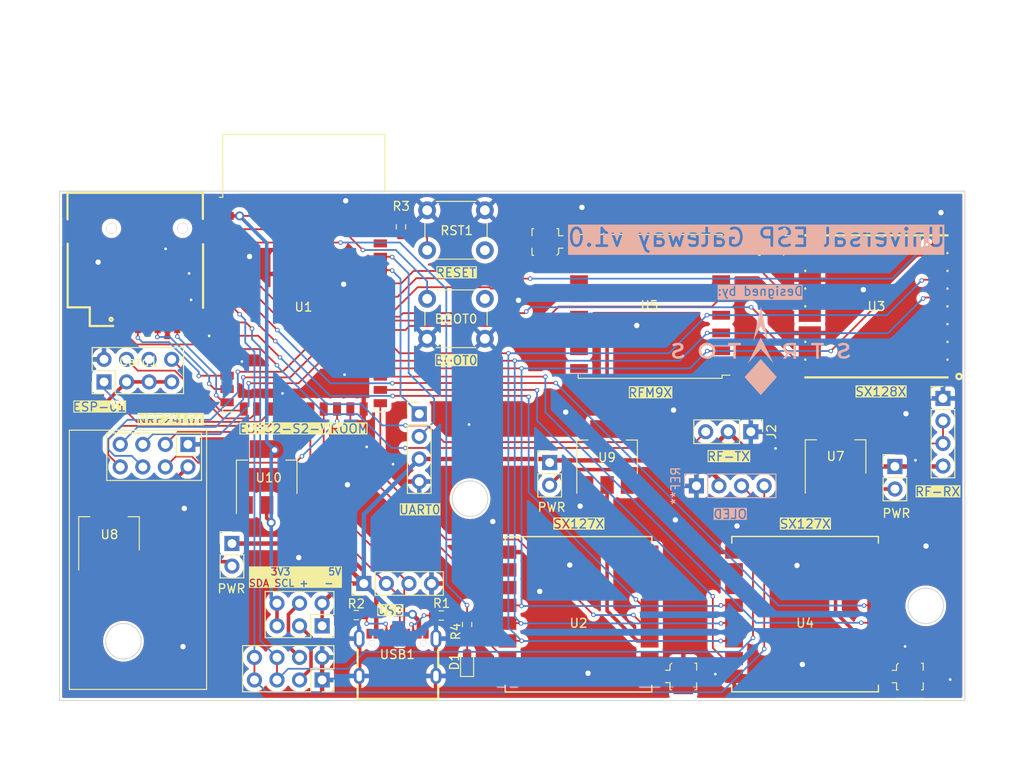
<source format=kicad_pcb>
(kicad_pcb (version 20221018) (generator pcbnew)
  (layers (0 "F.Cu" signal) (31 "B.Cu" signal) (34 "B.Paste" user) (35 "F.Paste" user) (36 "B.SilkS" user "B.Silkscreen") (37 "F.SilkS" user "F.Silkscreen") (38 "B.Mask" user) (39 "F.Mask" user) (44 "Edge.Cuts" user))
  (net 0 "")
  (net 1 "Net-(AE1-A)")
  (net 2 "Net-(AE2-A)")
  (net 3 "Net-(AE3-A)")
  (net 4 "Net-(AE4-A)")
  (net 5 "GND")
  (net 6 "Net-(U1-IO00)")
  (net 8 "/SD_CS")
  (net 9 "/FMOSI")
  (net 10 "3V3_ESP")
  (net 11 "/FSCK")
  (net 12 "/FMISO")
  (net 14 "Net-(D1-A)")
  (net 15 "/RX1")
  (net 16 "/01_IRQ")
  (net 18 "/TX1")
  (net 19 "+5V")
  (net 20 "/RF_IN")
  (net 21 "/RF_OUT")
  (net 22 "/USB_D-")
  (net 23 "/USB_D+")
  (net 24 "/TX0")
  (net 25 "/RX0")
  (net 26 "Net-(J10-Pin_3)")
  (net 27 "Net-(J10-Pin_4)")
  (net 28 "/SCL")
  (net 29 "/SDA")
  (net 30 "Net-(USB1-CC2)")
  (net 31 "Net-(USB1-CC1)")
  (net 32 "Net-(U1-EN)")
  (net 33 "Net-(U1-IO01)")
  (net 34 "3V3_NRF{slash}01")
  (net 35 "3V3_P1")
  (net 36 "3V3_P2")
  (net 37 "/NRF_CE")
  (net 38 "/NRF_IRQ")
  (net 39 "/NRF_CS")
  (net 40 "/RST4")
  (net 41 "/RST3")
  (net 42 "/RST2")
  (net 43 "/RST1")
  (net 44 "/NSS4")
  (net 45 "/NSS3")
  (net 46 "/NSS2")
  (net 47 "/NSS1")
  (net 48 "/SCK")
  (net 49 "/MISO")
  (net 50 "/MOSI")
  (net 53 "/DIO0-1")
  (net 58 "/DIO0-3")
  (net 60 "/DIO0-2")
  (net 65 "/DIO0-4")
  (net 74 "Net-(J5-Pin_2)")
  (net 75 "Net-(J6-Pin_2)")
  (net 76 "Net-(J8-Pin_2)")
  (footprint "Resistor_SMD:R_0603_1608Metric_Pad0.98x0.95mm_HandSolder" (layer "F.Cu") (at 101.1174 106.1955 90)
    (fp_text reference "R4")
    (fp_text value "330")
  )
  (footprint "kikit:Tab" (layer "F.Cu") (at 103.9495 57.0738 -90)
    (fp_text reference "REF**" hide)
    (fp_text value "Tab")
  )
  (footprint "Connector_PinHeader_2.54mm:PinHeader_1x03_P2.54mm_Vertical" (layer "F.Cu") (at 133.0556 84.4804 -90)
    (fp_text reference "J2")
    (fp_text value "RF-TR")
  )
  (footprint "Button_Switch_THT:SW_PUSH_6mm" (layer "F.Cu") (at 96.6216 59.5334)
    (fp_text reference "RST1")
    (fp_text value "~")
  )
  (footprint "Resistor_SMD:R_0603_1608Metric_Pad0.98x0.95mm_HandSolder" (layer "F.Cu") (at 88.6441 105.1306)
    (fp_text reference "R2")
    (fp_text value "5.11K")
  )
  (footprint "Connector_PinHeader_2.54mm:PinHeader_1x02_P2.54mm_Vertical" (layer "F.Cu") (at 74.6506 97.0738)
    (fp_text reference "J8")
    (fp_text value "Conn_01x02")
  )
  (footprint "Connector_Coaxial:U.FL_Molex_MCRF_73412-0110_Vertical" (layer "F.Cu") (at 150.9598 112.0544 -90)
    (fp_text reference "AE3")
    (fp_text value "Antenna_Shield")
  )
  (footprint "RF_Module:ESP32-S2-WROVER" (layer "F.Cu") (at 82.7274 70.4454)
    (fp_text reference "U1")
    (fp_text value "ESP32-S2-WROVER")
  )
  (footprint "Resistor_SMD:R_0603_1608Metric_Pad0.98x0.95mm_HandSolder" (layer "F.Cu") (at 93.6752 61.3937 90)
    (fp_text reference "R3")
    (fp_text value "10K")
  )
  (footprint "RF_Module:nRF24L01_Breakout" (layer "F.Cu") (at 69.6976 85.9028 -90)
    (fp_text reference "U6")
    (fp_text value "NRF24L01_Breakout")
  )
  (footprint "Package_TO_SOT_SMD:SOT-223-3_TabPin2" (layer "F.Cu") (at 78.5622 89.5858 90)
    (fp_text reference "U10")
    (fp_text value "AMS1117-3.3")
  )
  (footprint "Button_Switch_THT:SW_PUSH_6mm" (layer "F.Cu") (at 103.1216 74.005 180)
    (fp_text reference "BOOT0")
    (fp_text value "~")
  )
  (footprint "Connector_PinHeader_2.54mm:PinHeader_1x04_P2.54mm_Vertical" (layer "F.Cu") (at 154.686 80.7212)
    (fp_text reference "J3")
    (fp_text value "RF-RX")
  )
  (footprint "Package_TO_SOT_SMD:SOT-223-3_TabPin2" (layer "F.Cu") (at 142.5956 87.2998 90)
    (fp_text reference "U7")
    (fp_text value "AMS1117-3.3")
  )
  (footprint "Custom:COMM-SMD_LORA1281-2.4GHZ" (layer "F.Cu") (at 147.193333 70.358 180)
    (fp_text reference "U3")
    (fp_text value "LORA1281-2.4GHZ")
  )
  (footprint "kikit:Tab" (layer "F.Cu") (at 108.4453 115.1128 90)
    (fp_text reference "REF**" hide)
    (fp_text value "Tab")
  )
  (footprint "Connector_PinHeader_2.54mm:PinHeader_1x02_P2.54mm_Vertical" (layer "F.Cu") (at 149.2758 88.392)
    (fp_text reference "J5")
    (fp_text value "Conn_01x02")
  )
  (footprint "Custom:USB-C-SMD_TYPE-C-6PIN-2MD-073" (layer "F.Cu") (at 93.2942 109.6107)
    (fp_text reference "USB1")
    (fp_text value "TYPE-C 16PIN 2MD(073)")
  )
  (footprint "Connector_PinSocket_2.54mm:PinSocket_2x04_P2.54mm_Vertical" (layer "F.Cu") (at 84.8006 112.4404 -90)
    (fp_text reference "J9")
    (fp_text value "Conn_02x04_Counter_Clockwise")
  )
  (footprint "Connector_PinSocket_2.54mm:PinSocket_2x03_P2.54mm_Vertical" (layer "F.Cu") (at 84.8006 106.3444 -90)
    (fp_text reference "J10")
    (fp_text value "JMP")
  )
  (footprint "kikit:Tab" (layer "F.Cu") (at 145.0467 115.1074 90)
    (fp_text reference "REF**" hide)
    (fp_text value "Tab")
  )
  (footprint "RF_Module:Ai-Thinker-Ra-01-LoRa" (layer "F.Cu") (at 113.664667 105.0417 180)
    (fp_text reference "U2")
    (fp_text value "Ai-Thinker-Ra-01")
  )
  (footprint "kikit:Tab" (layer "F.Cu") (at 54.8948 100.2284)
    (fp_text reference "REF**" hide)
    (fp_text value "Tab")
  )
  (footprint "kikit:Tab" (layer "F.Cu") (at 54.8894 71.9074)
    (fp_text reference "REF**" hide)
    (fp_text value "Tab")
  )
  (footprint "Connector_Coaxial:U.FL_Molex_MCRF_73412-0110_Vertical" (layer "F.Cu") (at 109.923599 63.104 90)
    (fp_text reference "AE4")
    (fp_text value "Antenna_Shield")
  )
  (footprint "Connector_PinHeader_2.54mm:PinHeader_1x04_P2.54mm_Vertical" (layer "F.Cu") (at 95.7326 82.4738)
    (fp_text reference "J7")
    (fp_text value "UART0")
  )
  (footprint "Connector_PinHeader_2.54mm:PinHeader_1x04_P2.54mm_Vertical" (layer "F.Cu") (at 89.4942 101.5746 90)
    (fp_text reference "J4")
    (fp_text value "USB")
  )
  (footprint "Connector_Coaxial:U.FL_Molex_MCRF_73412-0110_Vertical" (layer "F.Cu") (at 135.425533 63.104 90)
    (fp_text reference "AE1")
    (fp_text value "Antenna_Shield")
  )
  (footprint "RF_Module:HOPERF_RFM9XW_SMD" (layer "F.Cu") (at 121.716799 70.358 180)
    (fp_text reference "U5")
    (fp_text value "RFM95W-868S2")
  )
  (footprint "Connector_PinHeader_2.54mm:PinHeader_2x04_P2.54mm_Vertical" (layer "F.Cu") (at 60.2488 78.867 90)
    (fp_text reference "J1")
    (fp_text value "ESP-01")
  )
  (footprint "kikit:Tab" (layer "F.Cu") (at 157.4546 71.9074 180)
    (fp_text reference "REF**" hide)
    (fp_text value "Tab")
  )
  (footprint "Connector_Coaxial:U.FL_Molex_MCRF_73412-0110_Vertical" (layer "F.Cu") (at 125.457867 112.0417 -90)
    (fp_text reference "AE2")
    (fp_text value "Antenna_Shield")
  )
  (footprint "kikit:Tab" (layer "F.Cu") (at 157.46 100.2284 180)
    (fp_text reference "REF**" hide)
    (fp_text value "Tab")
  )
  (footprint "kikit:Tab" (layer "F.Cu") (at 67.3481 115.1128 90)
    (fp_text reference "REF**" hide)
    (fp_text value "Tab")
  )
  (footprint "Package_TO_SOT_SMD:SOT-223-3_TabPin2" (layer "F.Cu") (at 60.8076 95.9612 90)
    (fp_text reference "U8")
    (fp_text value "AMS1117-3.3")
  )
  (footprint "kikit:Tab" (layer "F.Cu") (at 145.0467 57.0738 -90)
    (fp_text reference "REF**" hide)
    (fp_text value "Tab")
  )
  (footprint "Resistor_SMD:R_0603_1608Metric_Pad0.98x0.95mm_HandSolder" (layer "F.Cu") (at 98.2218 105.1814)
    (fp_text reference "R1")
    (fp_text value "5.11K")
  )
  (footprint "Package_TO_SOT_SMD:SOT-223-3_TabPin2" (layer "F.Cu") (at 116.8768 87.3248 90)
    (fp_text reference "U9")
    (fp_text value "AMS1117-3.3")
  )
  (footprint "Custom:TF-SMD_TF-PUSH" (layer "F.Cu") (at 64.138 67.2696 180)
    (fp_text reference "Card1")
    (fp_text value "TF PUSH")
  )
  (footprint "RF_Module:Ai-Thinker-Ra-01-LoRa" (layer "F.Cu") (at 139.1666 105.029 180)
    (fp_text reference "U4")
    (fp_text value "Ai-Thinker-Ra-01")
  )
  (footprint "kikit:Tab" (layer "F.Cu") (at 67.3481 57.0792 -90)
    (fp_text reference "REF**" hide)
    (fp_text value "Tab")
  )
  (footprint "Connector_PinHeader_2.54mm:PinHeader_1x02_P2.54mm_Vertical" (layer "F.Cu") (at 110.4138 87.9552)
    (fp_text reference "J6")
    (fp_text value "Conn_01x02")
  )
  (footprint "LED_SMD:LED_0603_1608Metric_Pad1.05x0.95mm_HandSolder" (layer "F.Cu") (at 101.1174 110.3884 90)
    (fp_text reference "D1")
    (fp_text value "RED")
  )
  (footprint "Connector_PinHeader_2.54mm:PinHeader_1x04_P2.54mm_Vertical" (layer "B.Cu") (at 126.9338 90.5764 -90)
    (fp_text reference "REF**")
    (fp_text value "PinHeader_1x04_P2.54mm_Vertical")
  )
  (footprint "LOGO" (layer "B.Cu") (at 134.215783 75.3618 180)
    (fp_text reference "G***")
    (fp_text value "LOGO" hide)
  )
  (gr_circle (center 152.7556 104.0892) (end 154.7556 104.0892) (stroke (width 0.1)) (fill none) (layer "Edge.Cuts"))
  (gr_circle (center 101.4476 92.0176) (end 103.4476 92.0176) (stroke (width 0.1)) (fill none) (layer "Edge.Cuts"))
  (gr_circle (center 62.4398 108.077) (end 64.4398 108.077) (stroke (width 0.1)) (fill none) (layer "Edge.Cuts"))
  (gr_line (start 55.245 114.7572) (end 157.1498 114.7572) (stroke (width 0.1)) (layer "Edge.Cuts"))
  (gr_line (start 55.245 114.7572) (end 55.245 57.3786) (stroke (width 0.1)) (layer "Edge.Cuts"))
  (gr_line (start 157.1498 57.3786) (end 157.1498 114.7572) (stroke (width 0.1)) (layer "Edge.Cuts"))
  (gr_line (start 55.245 57.3786) (end 157.1498 57.3786) (stroke (width 0.1)) (layer "Edge.Cuts"))
  (gr_text "OLED" (at 132.717653 94.361) (layer "B.SilkS" knockout) (effects (font (size 1 1)) (justify left bottom mirror)))
  (gr_text "Designed by:" (at 139.031889 69.2404) (layer "B.SilkS" knockout) (effects (font (size 1 1)) (justify left bottom mirror)))
  (gr_text "Universal ESP Gateway v1.0" (at 155.1432 63.7794) (layer "B.SilkS" knockout) (effects (font (size 2 2) (thickness 0.3)) (justify left bottom mirror)))
  (gr_text "PWR" (at 72.9234 102.743) (layer "F.SilkS") (effects (font (size 1 1)) (justify left bottom)))
  (gr_text "ESP-01" (at 56.642 82.2706) (layer "F.SilkS" knockout) (effects (font (size 1 1)) (justify left bottom)))
  (gr_text "BOOT0" (at 99.8716 76.454) (layer "F.SilkS" knockout) (effects (font (size 1 1))))
  (gr_text "PWR" (at 108.966 93.5736) (layer "F.SilkS") (effects (font (size 1 1)) (justify left bottom)))
  (gr_text "ESP32-S2-WROOM" (at 75.3364 84.7344) (layer "F.SilkS" knockout) (effects (font (size 1 1)) (justify left bottom)))
  (gr_text "RF-TX" (at 128.038338 87.8586) (layer "F.SilkS" knockout) (effects (font (size 1 1)) (justify left bottom)))
  (gr_text "UART0" (at 93.3958 93.853) (layer "F.SilkS" knockout) (effects (font (size 1 1)) (justify left bottom)))
  (gr_text "RESET" (at 99.8716 66.5734) (layer "F.SilkS" knockout) (effects (font (size 1 1))))
  (gr_text "RF-RX" (at 151.4602 91.821) (layer "F.SilkS" knockout) (effects (font (size 1 1)) (justify left bottom)))
  (gr_text "SX127X" (at 110.720024 95.4532) (layer "F.SilkS" knockout) (effects (font (size 1 1)) (justify left bottom)))
  (gr_text "SX127X" (at 136.221957 95.4532) (layer "F.SilkS" knockout) (effects (font (size 1 1)) (justify left bottom)))
  (gr_text "NRF24L01" (at 63.881 83.7184) (layer "F.SilkS" knockout) (effects (font (size 1 1)) (justify left bottom)))
  (gr_text "RFM9X" (at 119.1768 80.6704) (layer "F.SilkS" knockout) (effects (font (size 1 1)) (justify left bottom)))
  (gr_text "    3V3       5V\nSDA SCL +   -" (at 76.4794 102.0064) (layer "F.SilkS" knockout) (effects (font (size 0.8 0.8)) (justify left bottom)))
  (gr_text "USB" (at 90.8558 105.2068) (layer "F.SilkS" knockout) (effects (font (size 1 1)) (justify left bottom)))
  (gr_text "SX128X" (at 144.73619 80.5688) (layer "F.SilkS" knockout) (effects (font (size 1 1)) (justify left bottom)))
  (gr_text "PWR" (at 147.7772 94.2594) (layer "F.SilkS") (effects (font (size 1 1)) (justify left bottom)))
  (segment (start 139.193333 63.358) (end 137.179533 63.358) (width 0.4) (layer "F.Cu") (net 1))
  (segment (start 137.179533 63.358) (end 136.925533 63.104) (width 0.4) (layer "F.Cu") (net 1))
  (segment (start 121.664667 112.0417) (end 123.957867 112.0417) (width 0.4) (layer "F.Cu") (net 2))
  (segment (start 147.1666 112.029) (end 149.4344 112.029) (width 0.4) (layer "F.Cu") (net 3))
  (segment (start 149.4344 112.029) (end 149.4598 112.0544) (width 0.4) (layer "F.Cu") (net 3))
  (segment (start 111.677599 63.358) (end 111.423599 63.104) (width 0.4) (layer "F.Cu") (net 4))
  (segment (start 113.716799 63.358) (end 111.677599 63.358) (width 0.4) (layer "F.Cu") (net 4))
  (segment (start 155.177333 71.374) (end 155.193333 71.358) (width 0.2) (layer "F.Cu") (net 5))
  (via (at 131.4958 95.0976) (size 1) (drill 0.6) (layers "F.Cu" "B.Cu") (net 5))
  (via (at 69.1388 108.6866) (size 1) (drill 0.6) (layers "F.Cu" "B.Cu") (net 5))
  (via (at 82.169 98.6536) (size 1) (drill 0.6) (layers "F.Cu" "B.Cu") (net 5))
  (via (at 138.2522 99.5426) (size 1) (drill 0.6) (layers "F.Cu" "B.Cu") (net 5))
  (via (at 87.6554 90.4494) (size 1) (drill 0.6) (layers "F.Cu" "B.Cu") (net 5))
  (via (at 112.6744 99.4918) (size 1) (drill 0.6) (layers "F.Cu" "B.Cu") (net 5))
  (via (at 150.5204 82.4484) (size 1) (drill 0.6) (layers "F.Cu" "B.Cu") (net 5))
  (via (at 72.0852 73.6854) (size 0.5) (drill 0.3) (layers "F.Cu" "B.Cu") (net 5))
  (via (at 69.2912 93.1164) (size 1) (drill 0.6) (layers "F.Cu" "B.Cu") (net 5))
  (via (at 124.5616 94.4118) (size 1) (drill 0.6) (layers "F.Cu" "B.Cu") (net 5))
  (via (at 69.8246 66.6496) (size 0.5) (drill 0.3) (layers "F.Cu" "B.Cu") (net 5))
  (via (at 151.587585 87.6925) (size 0.5) (drill 0.3) (layers "F.Cu" "B.Cu") (net 5))
  (via (at 113.8428 92.8624) (size 1) (drill 0.6) (layers "F.Cu" "B.Cu") (net 5))
  (via (at 87.4522 58.4708) (size 1) (drill 0.6) (layers "F.Cu" "B.Cu") (net 5))
  (via (at 104.013 94.5896) (size 1) (drill 0.6) (layers "F.Cu" "B.Cu") (net 5))
  (via (at 89.8144 86.1822) (size 0.5) (drill 0.3) (layers "F.Cu" "B.Cu") (net 5))
  (via (at 155.4988 112.395) (size 0.5) (drill 0.3) (layers "F.Cu" "B.Cu") (net 5))
  (via (at 75.7682 76.581) (size 0.5) (drill 0.3) (layers "F.Cu" "B.Cu") (net 5))
  (via (at 129.0574 111.7854) (size 0.5) (drill 0.3) (layers "F.Cu" "B.Cu") (net 5))
  (via (at 59.5884 65.3796) (size 1) (drill 0.6) (layers "F.Cu" "B.Cu") (net 5))
  (via (at 80.3402 80.1624) (size 0.5) (drill 0.3) (layers "F.Cu" "B.Cu") (net 5))
  (via (at 70.0532 69.6214) (size 0.5) (drill 0.3) (layers "F.Cu" "B.Cu") (net 5))
  (via (at 138.8618 110.6932) (size 1) (drill 0.6) (layers "F.Cu" "B.Cu") (net 5))
  (via (at 145.7198 68.4784) (size 1) (drill 0.6) (layers "F.Cu" "B.Cu") (net 5))
  (via (at 114.046 59.2074) (size 1) (drill 0.6) (layers "F.Cu" "B.Cu") (net 5))
  (via (at 101.346 83.6676) (size 0.5) (drill 0.3) (layers "F.Cu" "B.Cu") (net 5))
  (via (at 112.2172 82.2706) (size 1) (drill 0.6) (layers "F.Cu" "B.Cu") (net 5))
  (via (at 114.7318 111.6838) (size 1) (drill 0.6) (layers "F.Cu" "B.Cu") (net 5))
  (via (at 154.4574 59.7916) (size 1) (drill 0.6) (layers "F.Cu" "B.Cu") (net 5))
  (via (at 87.2236 67.8688) (size 1) (drill 0.6) (layers "F.Cu" "B.Cu") (net 5))
  (via (at 76.6318 64.7446) (size 1) (drill 0.6) (layers "F.Cu" "B.Cu") (net 5))
  (via (at 152.781 97.3582) (size 1) (drill 0.6) (layers "F.Cu" "B.Cu") (net 5))
  (via (at 106.9086 69.6722) (size 1) (drill 0.6) (layers "F.Cu" "B.Cu") (net 5))
  (via (at 120.2182 72.517) (size 1) (drill 0.6) (layers "F.Cu" "B.Cu") (net 5))
  (via (at 67.183 63.881) (size 0.5) (drill 0.3) (layers "F.Cu" "B.Cu") (net 5))
  (via (at 150.4188 108.6612) (size 0.5) (drill 0.3) (layers "F.Cu" "B.Cu") (net 5))
  (via (at 87.3252 78.0542) (size 0.5) (drill 0.3) (layers "F.Cu" "B.Cu") (net 5))
  (via (at 109.2962 102.4636) (size 1) (drill 0.6) (layers "F.Cu" "B.Cu") (net 5))
  (via (at 92.7862 88.138) (size 0.5) (drill 0.3) (layers "F.Cu" "B.Cu") (net 5))
  (via (at 124.3584 82.042) (size 1) (drill 0.6) (layers "F.Cu" "B.Cu") (net 5))
  (via (at 135.8392 86.36) (size 0.5) (drill 0.3) (layers "F.Cu" "B.Cu") (net 5))
  (segment (start 87.045 61.6704) (end 89.3826 64.008) (width 0.2) (layer "F.Cu") (net 6))
  (segment (start 74.1024 61.6704) (end 87.045 61.6704) (width 0.2) (layer "F.Cu") (net 6))
  (via (at 89.3826 64.008) (size 0.5) (drill 0.3) (layers "F.Cu" "B.Cu") (net 6))
  (segment (start 96.6216 67.5386) (end 93.091 64.008) (width 0.2) (layer "B.Cu") (net 6))
  (segment (start 96.6216 69.505) (end 96.6216 67.5386) (width 0.2) (layer "B.Cu") (net 6))
  (segment (start 93.091 64.008) (end 89.3826 64.008) (width 0.2) (layer "B.Cu") (net 6))
  (segment (start 62.988 73.7576) (end 63.881 74.6506) (width 0.2) (layer "F.Cu") (net 8))
  (segment (start 71.7296 74.6506) (end 73.7494 76.6704) (width 0.2) (layer "F.Cu") (net 8))
  (segment (start 73.7494 76.6704) (end 74.1024 76.6704) (width 0.2) (layer "F.Cu") (net 8))
  (segment (start 63.881 74.6506) (end 71.7296 74.6506) (width 0.2) (layer "F.Cu") (net 8))
  (segment (start 62.988 72.5696) (end 62.988 73.7576) (width 0.2) (layer "F.Cu") (net 8))
  (segment (start 70.953 78.1704) (end 70.9168 78.2066) (width 0.2) (layer "F.Cu") (net 9))
  (segment (start 74.1024 78.1704) (end 70.953 78.1704) (width 0.2) (layer "F.Cu") (net 9))
  (segment (start 64.0588 73.8886) (end 64.0588 72.5988) (width 0.2) (layer "F.Cu") (net 9))
  (segment (start 64.0588 72.5988) (end 64.088 72.5696) (width 0.2) (layer "F.Cu") (net 9))
  (via (at 70.9168 78.2066) (size 0.5) (drill 0.3) (layers "F.Cu" "B.Cu") (net 9))
  (via (at 64.0588 73.8886) (size 0.5) (drill 0.3) (layers "F.Cu" "B.Cu") (net 9))
  (segment (start 67.574289 74.3966) (end 70.9168 77.739111) (width 0.2) (layer "B.Cu") (net 9))
  (segment (start 64.5668 74.3966) (end 67.574289 74.3966) (width 0.2) (layer "B.Cu") (net 9))
  (segment (start 70.9168 77.739111) (end 70.9168 78.2066) (width 0.2) (layer "B.Cu") (net 9))
  (segment (start 64.0588 73.8886) (end 64.5668 74.3966) (width 0.2) (layer "B.Cu") (net 9))
  (segment (start 93.2562 62.4204) (end 90.208 62.4204) (width 0.2) (layer "F.Cu") (net 10))
  (segment (start 68.408493 60.1704) (end 74.1024 60.1704) (width 0.4) (layer "F.Cu") (net 10))
  (segment (start 78.5622 86.4358) (end 79.3492 86.4358) (width 0.4) (layer "F.Cu") (net 10))
  (segment (start 78.5622 94.208699) (end 79.070101 94.7166) (width 0.4) (layer "F.Cu") (net 10))
  (segment (start 87.958 60.1704) (end 75.5142 60.1704) (width 0.2) (layer "F.Cu") (net 10))
  (segment (start 79.7206 106.3444) (end 79.7206 103.8044) (width 0.4) (layer "F.Cu") (net 10))
  (segment (start 78.5622 92.7358) (end 78.5622 94.208699) (width 0.4) (layer "F.Cu") (net 10))
  (segment (start 74.1024 60.1704) (end 75.5142 60.1704) (width 0.4) (layer "F.Cu") (net 10))
  (segment (start 65.188 63.390893) (end 68.408493 60.1704) (width 0.4) (layer "F.Cu") (net 10))
  (segment (start 79.3492 86.4358) (end 79.4512 86.5378) (width 0.4) (layer "F.Cu") (net 10))
  (segment (start 90.208 62.4204) (end 87.958 60.1704) (width 0.2) (layer "F.Cu") (net 10))
  (segment (start 65.188 72.5696) (end 65.188 63.390893) (width 0.4) (layer "F.Cu") (net 10))
  (segment (start 93.6752 62.0014) (end 93.2562 62.4204) (width 0.2) (layer "F.Cu") (net 10))
  (via (at 79.070101 94.7166) (size 1) (drill 0.6) (layers "F.Cu" "B.Cu") (net 10))
  (via (at 75.5142 60.1704) (size 1) (drill 0.6) (layers "F.Cu" "B.Cu") (net 10))
  (via (at 79.4512 86.5378) (size 1) (drill 0.6) (layers "F.Cu" "B.Cu") (net 10))
  (segment (start 78.5622 63.2184) (end 78.5622 85.6488) (width 0.4) (layer "B.Cu") (net 10))
  (segment (start 79.070101 86.918899) (end 79.070101 94.7166) (width 0.4) (layer "B.Cu") (net 10))
  (segment (start 79.070101 103.153901) (end 79.070101 94.7166) (width 0.4) (layer "B.Cu") (net 10))
  (segment (start 75.5142 60.1704) (end 78.5622 63.2184) (width 0.4) (layer "B.Cu") (net 10))
  (segment (start 79.4512 86.5378) (end 79.070101 86.918899) (width 0.4) (layer "B.Cu") (net 10))
  (segment (start 79.7206 103.8044) (end 79.070101 103.153901) (width 0.4) (layer "B.Cu") (net 10))
  (segment (start 78.5622 85.6488) (end 79.4512 86.5378) (width 0.4) (layer "B.Cu") (net 10))
  (segment (start 72.0852 79.0702) (end 72.6854 79.6704) (width 0.2) (layer "F.Cu") (net 11))
  (segment (start 72.6854 79.6704) (end 74.1024 79.6704) (width 0.2) (layer "F.Cu") (net 11))
  (segment (start 66.288 73.7676) (end 66.2432 73.8124) (width 0.2) (layer "F.Cu") (net 11))
  (segment (start 66.288 72.5696) (end 66.288 73.7676) (width 0.2) (layer "F.Cu") (net 11))
  (via (at 66.2432 73.8124) (size 0.5) (drill 0.3) (layers "F.Cu" "B.Cu") (net 11))
  (via (at 72.0852 79.0702) (size 0.5) (drill 0.3) (layers "F.Cu" "B.Cu") (net 11))
  (segment (start 72.0852 79.0702) (end 72.0852 78.232) (width 0.2) (layer "B.Cu") (net 11))
  (segment (start 72.0852 78.232) (end 67.6656 73.8124) (width 0.2) (layer "B.Cu") (net 11))
  (segment (start 67.6656 73.8124) (end 66.2432 73.8124) (width 0.2) (layer "B.Cu") (net 11))
  (segment (start 73.6757 81.1704) (end 74.1024 81.1704) (width 0.2) (layer "F.Cu") (net 12))
  (segment (start 68.5038 72.5854) (end 68.488 72.5696) (width 0.2) (layer "F.Cu") (net 12))
  (segment (start 68.5038 73.7616) (end 68.5038 72.5854) (width 0.2) (layer "F.Cu") (net 12))
  (segment (start 72.8709 80.3656) (end 73.6757 81.1704) (width 0.2) (layer "F.Cu") (net 12))
  (via (at 72.8709 80.3656) (size 0.5) (drill 0.3) (layers "F.Cu" "B.Cu") (net 12))
  (via (at 68.5038 73.7616) (size 0.5) (drill 0.3) (layers "F.Cu" "B.Cu") (net 12))
  (segment (start 72.8709 80.3656) (end 72.8709 78.1287) (width 0.2) (layer "B.Cu") (net 12))
  (segment (start 72.8709 78.1287) (end 68.5038 73.7616) (width 0.2) (layer "B.Cu") (net 12))
  (segment (start 101.1174 109.5134) (end 101.1174 107.108) (width 0.2) (layer "F.Cu") (net 14))
  (segment (start 61.7474 81.153) (end 61.722 81.153) (width 0.2) (layer "F.Cu") (net 15))
  (segment (start 63.9394 83.3704) (end 61.7474 81.1784) (width 0.2) (layer "F.Cu") (net 15))
  (segment (start 78.9774 81.9204) (end 78.9774 82.2204) (width 0.2) (layer "F.Cu") (net 15))
  (segment (start 77.8274 83.3704) (end 63.9394 83.3704) (width 0.2) (layer "F.Cu") (net 15))
  (segment (start 61.7474 81.1784) (end 61.7474 81.153) (width 0.2) (layer "F.Cu") (net 15))
  (segment (start 78.9774 82.2204) (end 77.8274 83.3704) (width 0.2) (layer "F.Cu") (net 15))
  (segment (start 61.722 81.153) (end 61.722 81.153) (width 0.2) (layer "F.Cu") (net 15))
  (via (at 61.7474 81.153) (size 0.5) (drill 0.3) (layers "F.Cu" "B.Cu") (net 15))
  (segment (start 60.2488 79.6544) (end 60.2488 78.867) (width 0.2) (layer "B.Cu") (net 15))
  (segment (start 61.7474 81.153) (end 60.2488 79.6544) (width 0.2) (layer "B.Cu") (net 15))
  (segment (start 77.4774 81.9204) (end 77.4774 82.2204) (width 0.2) (layer "F.Cu") (net 16))
  (segment (start 76.7274 82.9704) (end 73.598546 82.9704) (width 0.2) (layer "F.Cu") (net 16))
  (segment (start 64.0588 77.597) (end 62.7888 76.327) (width 0.2) (layer "F.Cu") (net 16))
  (segment (start 77.4774 82.2204) (end 76.7274 82.9704) (width 0.2) (layer "F.Cu") (net 16))
  (segment (start 73.598546 82.9704) (end 68.225146 77.597) (width 0.2) (layer "F.Cu") (net 16))
  (segment (start 68.225146 77.597) (end 64.0588 77.597) (width 0.2) (layer "F.Cu") (net 16))
  (segment (start 75.9774 81.9204) (end 75.805 82.0928) (width 0.2) (layer "F.Cu") (net 18))
  (segment (start 72.8218 81.5848) (end 72.8218 81.28) (width 0.2) (layer "F.Cu") (net 18))
  (segment (start 73.3298 82.0928) (end 72.8218 81.5848) (width 0.2) (layer "F.Cu") (net 18))
  (segment (start 72.8218 81.28) (end 67.8688 76.327) (width 0.2) (layer "F.Cu") (net 18))
  (segment (start 75.805 82.0928) (end 73.3298 82.0928) (width 0.2) (layer "F.Cu") (net 18))
  (segment (start 129.4892 89.9056) (end 129.4892 90.5764) (width 0.5) (layer "F.Cu") (net 19))
  (segment (start 80.8622 97.0738) (end 80.4926 97.0738) (width 0.5) (layer "F.Cu") (net 19))
  (segment (start 87.0304 101.5746) (end 84.8006 103.8044) (width 0.5) (layer "F.Cu") (net 19))
  (segment (start 130.5156 84.4804) (end 134.4272 88.392) (width 0.5) (layer "F.Cu") (net 19))
  (segment (start 80.4926 97.0738) (end 74.6506 97.0738) (width 0.5) (layer "F.Cu") (net 19))
  (segment (start 127.2898 87.7062) (end 127.5386 87.955) (width 0.5) (layer "F.Cu") (net 19))
  (segment (start 127.2898 87.7062) (end 127.5386 87.4574) (width 0.5) (layer "F.Cu") (net 19))
  (segment (start 95.6942 107.2307) (end 95.6942 105.771577) (width 0.5) (layer "F.Cu") (net 19))
  (segment (start 110.6628 87.7062) (end 127.2898 87.7062) (width 0.5) (layer "F.Cu") (net 19))
  (segment (start 95.6942 105.771577) (end 94.9706 105.047977) (width 0.5) (layer "F.Cu") (net 19))
  (segment (start 89.016 102.0528) (end 89.4942 101.5746) (width 0.5) (layer "F.Cu") (net 19))
  (segment (start 127.5386 87.4574) (end 127.5386 87.955) (width 0.5) (layer "F.Cu") (net 19))
  (segment (start 80.5624 97.0738) (end 80.8622 96.774) (width 0.5) (layer "F.Cu") (net 19))
  (segment (start 95.7326 87.5538) (end 110.0124 87.5538) (width 0.5) (layer "F.Cu") (net 19))
  (segment (start 149.2758 88.392) (end 154.6352 88.392) (width 0.5) (layer "F.Cu") (net 19))
  (segment (start 89.4942 101.5746) (end 84.9934 97.0738) (width 0.5) (layer "F.Cu") (net 19))
  (segment (start 80.8622 96.774) (end 80.9294 96.774) (width 0.5) (layer "F.Cu") (net 19))
  (segment (start 89.4942 101.5746) (end 89.4588 101.5746) (width 0.5) (layer "F.Cu") (net 19))
  (segment (start 110.0124 87.5538) (end 110.4138 87.9552) (width 0.5) (layer "F.Cu") (net 19))
  (segment (start 84.9934 97.0738) (end 81.2292 97.0738) (width 0.5) (layer "F.Cu") (net 19))
  (segment (start 127.5386 87.955) (end 129.4892 89.9056) (width 0.5) (layer "F.Cu") (net 19))
  (segment (start 84.8006 106.3444) (end 84.8006 103.8044) (width 0.4) (layer "F.Cu") (net 19))
  (segment (start 80.8622 96.774) (end 80.8622 97.0738) (width 0.5) (layer "F.Cu") (net 19))
  (segment (start 90.8942 107.2307) (end 90.8942 102.9746) (width 0.5) (layer "F.Cu") (net 19))
  (segment (start 81.2292 97.0738) (end 80.8622 97.0738) (width 0.5) (layer "F.Cu") (net 19))
  (segment (start 80.8622 92.7358) (end 80.8622 96.774) (width 0.5) (layer "F.Cu") (net 19))
  (segment (start 127.5386 87.4574) (end 130.5156 84.4804) (width 0.5) (layer "F.Cu") (net 19))
  (segment (start 80.4926 97.0738) (end 80.5624 97.0738) (width 0.5) (layer "F.Cu") (net 19))
  (segment (start 89.4942 101.5746) (end 87.0304 101.5746) (width 0.5) (layer "F.Cu") (net 19))
  (segment (start 134.4272 88.392) (end 149.2758 88.392) (width 0.5) (layer "F.Cu") (net 19))
  (segment (start 110.4138 87.9552) (end 110.6628 87.7062) (width 0.5) (layer "F.Cu") (net 19))
  (segment (start 154.6352 88.392) (end 154.686 88.3412) (width 0.5) (layer "F.Cu") (net 19))
  (segment (start 90.8942 102.9746) (end 89.4942 101.5746) (width 0.5) (layer "F.Cu") (net 19))
  (segment (start 80.9294 96.774) (end 81.2292 97.0738) (width 0.5) (layer "F.Cu") (net 19))
  (via (at 94.9706 105.047977) (size 1) (drill 0.6) (layers "F.Cu" "B.Cu") (net 19))
  (segment (start 89.4942 93.7922) (end 95.7326 87.5538) (width 0.5) (layer "B.Cu") (net 19))
  (segment (start 89.4942 101.5746) (end 92.967577 105.047977) (width 0.5) (layer "B.Cu") (net 19))
  (segment (start 89.4942 101.5746) (end 89.4942 93.7922) (width 0.5) (layer "B.Cu") (net 19))
  (segment (start 92.967577 105.047977) (end 94.9706 105.047977) (width 0.5) (layer "B.Cu") (net 19))
  (segment (start 126.1468 86.3092) (end 94.1578 86.3092) (width 0.2) (layer "F.Cu") (net 20))
  (segment (start 127.9756 84.4804) (end 126.1468 86.3092) (width 0.2) (layer "F.Cu") (net 20))
  (segment (start 77.902601 75.1704) (end 79.719601 76.9874) (width 0.2) (layer "F.Cu") (net 20))
  (segment (start 74.1024 75.1704) (end 77.902601 75.1704) (width 0.2) (layer "F.Cu") (net 20))
  (via (at 94.1578 86.3092) (size 0.5) (drill 0.3) (layers "F.Cu" "B.Cu") (net 20))
  (via (at 79.719601 76.9874) (size 0.5) (drill 0.3) (layers "F.Cu" "B.Cu") (net 20))
  (segment (start 88.7984 82.4992) (end 85.1408 82.4992) (width 0.2) (layer "B.Cu") (net 20))
  (segment (start 92.6084 86.3092) (end 88.7984 82.4992) (width 0.2) (layer "B.Cu") (net 20))
  (segment (start 85.1408 82.4992) (end 79.719601 77.078001) (width 0.2) (layer "B.Cu") (net 20))
  (segment (start 94.1578 86.3092) (end 92.6084 86.3092) (width 0.2) (layer "B.Cu") (net 20))
  (segment (start 79.719601 77.078001) (end 79.719601 76.9874) (width 0.2) (layer "B.Cu") (net 20))
  (segment (start 96.647 83.7692) (end 98.5266 85.6488) (width 0.2) (layer "F.Cu") (net 21))
  (segment (start 80.0354 76.0984) (end 80.0608 76.0984) (width 0.2) (layer "F.Cu") (net 21))
  (segment (start 80.0608 76.0984) (end 80.0608 76.1238) (width 0.2) (layer "F.Cu") (net 21))
  (segment (start 154.686 83.2612) (end 154.686 85.8012) (width 0.2) (layer "F.Cu") (net 21))
  (segment (start 74.1024 73.6704) (end 77.6074 73.6704) (width 0.2) (layer "F.Cu") (net 21))
  (segment (start 94.1832 83.7692) (end 96.647 83.7692) (width 0.2) (layer "F.Cu") (net 21))
  (segment (start 123.4694 85.6488) (end 126.4158 82.7024) (width 0.2) (layer "F.Cu") (net 21))
  (segment (start 137.5918 85.8012) (end 154.686 85.8012) (width 0.2) (layer "F.Cu") (net 21))
  (segment (start 80.0608 76.1238) (end 80.01 76.073) (width 0.2) (layer "F.Cu") (net 21))
  (segment (start 126.4158 82.7024) (end 134.493 82.7024) (width 0.2) (layer "F.Cu") (net 21))
  (segment (start 77.6074 73.6704) (end 80.0354 76.0984) (width 0.2) (layer "F.Cu") (net 21))
  (segment (start 98.5266 85.6488) (end 123.4694 85.6488) (width 0.2) (layer "F.Cu") (net 21))
  (segment (start 134.493 82.7024) (end 137.5918 85.8012) (width 0.2) (layer "F.Cu") (net 21))
  (via (at 94.1832 83.7692) (size 0.5) (drill 0.3) (layers "F.Cu" "B.Cu") (net 21))
  (via (at 80.0608 76.0984) (size 0.5) (drill 0.3) (layers "F.Cu" "B.Cu") (net 21))
  (segment (start 85.344 81.3816) (end 89.2048 81.3816) (width 0.2) (layer "B.Cu") (net 21))
  (segment (start 91.5924 83.7692) (end 94.1832 83.7692) (width 0.2) (layer "B.Cu") (net 21))
  (segment (start 89.2048 81.3816) (end 91.5924 83.7692) (width 0.2) (layer "B.Cu") (net 21))
  (segment (start 80.0608 76.0984) (end 85.344 81.3816) (width 0.2) (layer "B.Cu") (net 21))
  (segment (start 93.5442 106.3752) (end 93.5442 107.2307) (width 0.2) (layer "F.Cu") (net 22))
  (segment (start 92.5442 106.4307) (end 92.7521 106.2228) (width 0.2) (layer "F.Cu") (net 22))
  (segment (start 93.5442 106.0704) (end 93.5442 106.2228) (width 0.2) (layer "F.Cu") (net 22))
  (segment (start 92.0342 101.5746) (end 93.5442 103.0846) (width 0.2) (layer "F.Cu") (net 22))
  (segment (start 92.5442 107.2307) (end 92.5442 106.4307) (width 0.2) (layer "F.Cu") (net 22))
  (segment (start 93.3958 106.2228) (end 93.5442 106.2228) (width 0.2) (layer "F.Cu") (net 22))
  (segment (start 93.3958 106.2268) (end 93.5442 106.3752) (width 0.2) (layer "F.Cu") (net 22))
  (segment (start 93.3958 106.2188) (end 93.5442 106.0704) (width 0.2) (layer "F.Cu") (net 22))
  (segment (start 92.0342 101.5746) (end 83.4774 93.0178) (width 0.2) (layer "F.Cu") (net 22))
  (segment (start 93.3958 106.2268) (end 93.3958 106.2188) (width 0.2) (layer "F.Cu") (net 22))
  (segment (start 92.7521 106.2228) (end 93.3958 106.2228) (width 0.2) (layer "F.Cu") (net 22))
  (segment (start 93.3958 106.2228) (end 93.3958 106.2268) (width 0.2) (layer "F.Cu") (net 22))
  (segment (start 93.5442 103.0846) (end 93.5442 106.0704) (width 0.2) (layer "F.Cu") (net 22))
  (segment (start 93.5442 106.2228) (end 93.5442 106.3752) (width 0.2) (layer "F.Cu") (net 22))
  (segment (start 83.4774 93.0178) (end 83.4774 81.9204) (width 0.2) (layer "F.Cu") (net 22))
  (segment (start 94.0442 108.0307) (end 94.0442 107.2307) (width 0.2) (layer "F.Cu") (net 23))
  (segment (start 94.5742 101.5746) (end 94.0442 102.1046) (width 0.2) (layer "F.Cu") (net 23))
  (segment (start 84.9774 91.9778) (end 84.9774 81.9204) (width 0.2) (layer "F.Cu") (net 23))
  (segment (start 93.0442 107.2307) (end 93.0442 108.0307) (width 0.2) (layer "F.Cu") (net 23))
  (segment (start 93.8201 108.2548) (end 94.0442 108.0307) (width 0.2) (layer "F.Cu") (net 23))
  (segment (start 94.5742 101.5746) (end 84.9774 91.9778) (width 0.2) (layer "F.Cu") (net 23))
  (segment (start 94.0442 102.1046) (end 94.0442 107.2307) (width 0.2) (layer "F.Cu") (net 23))
  (segment (start 93.0442 108.0307) (end 93.2683 108.2548) (width 0.2) (layer "F.Cu") (net 23))
  (segment (start 93.2683 108.2548) (end 93.8201 108.2548) (width 0.2) (layer "F.Cu") (net 23))
  (segment (start 92.6356 66.2704) (end 92.6846 66.3194) (width 0.2) (layer "F.Cu") (net 24))
  (segment (start 91.3524 66.2704) (end 92.6356 66.2704) (width 0.2) (layer "F.Cu") (net 24))
  (via (at 92.6846 66.3194) (size 0.5) (drill 0.3) (layers "F.Cu" "B.Cu") (net 24))
  (segment (start 93.6244 80.3656) (end 93.6244 67.2592) (width 0.2) (layer "B.Cu") (net 24))
  (segment (start 95.7326 82.4738) (end 93.6244 80.3656) (width 0.2) (layer "B.Cu") (net 24))
  (segment (start 93.6244 67.2592) (end 92.6846 66.3194) (width 0.2) (layer "B.Cu") (net 24))
  (segment (start 91.3524 64.7704) (end 92.6596 64.7704) (width 0.2) (layer "F.Cu") (net 25))
  (segment (start 92.6596 64.7704) (end 92.6846 64.7954) (width 0.2) (layer "F.Cu") (net 25))
  (via (at 92.6846 64.7954) (size 0.5) (drill 0.3) (layers "F.Cu" "B.Cu") (net 25))
  (segment (start 95.7326 85.0138) (end 97.409 83.3374) (width 0.2) (layer "B.Cu") (net 25))
  (segment (start 97.409 80.7466) (end 94.5388 77.8764) (width 0.2) (layer "B.Cu") (net 25))
  (segment (start 94.5388 77.8764) (end 94.5388 66.6496) (width 0.2) (layer "B.Cu") (net 25))
  (segment (start 94.5388 66.6496) (end 92.6846 64.7954) (width 0.2) (layer "B.Cu") (net 25))
  (segment (start 97.409 83.3374) (end 97.409 80.7466) (width 0.2) (layer "B.Cu") (net 25))
  (segment (start 83.5506 111.1504) (end 82.2606 112.4404) (width 0.4) (layer "F.Cu") (net 26))
  (segment (start 83.5506 107.6344) (end 83.5506 111.1504) (width 0.4) (layer "F.Cu") (net 26))
  (segment (start 82.2606 106.3444) (end 83.5506 107.6344) (width 0.4) (layer "F.Cu") (net 26))
  (segment (start 81.0106 108.6504) (end 81.0106 105.0544) (width 0.4) (layer "F.Cu") (net 27))
  (segment (start 82.2606 109.9004) (end 81.0106 108.6504) (width 0.4) (layer "F.Cu") (net 27))
  (segment (start 81.0106 105.0544) (end 82.2606 103.8044) (width 0.4) (layer "F.Cu") (net 27))
  (segment (start 133.2992 107.696) (end 133.2992 91.8464) (width 0.2) (layer "F.Cu") (net 28))
  (segment (start 74.1024 72.1704) (end 76.209 72.1704) (width 0.2) (layer "F.Cu") (net 28))
  (segment (start 133.2992 91.8464) (end 132.0292 90.5764) (width 0.2) (layer "F.Cu") (net 28))
  (segment (start 79.7206 109.9004) (end 79.7206 112.4404) (width 0.2) (layer "F.Cu") (net 28))
  (segment (start 76.209 72.1704) (end 76.9112 72.8726) (width 0.2) (layer "F.Cu") (net 28))
  (via (at 76.9112 72.8726) (size 0.5) (drill 0.3) (layers "F.Cu" "B.Cu") (net 28))
  (via (at 133.2992 107.696) (size 0.5) (drill 0.3) (layers "F.Cu" "B.Cu") (net 28))
  (segment (start 77.8256 74.9808) (end 76.9112 74.0664) (width 0.2) (layer "B.Cu") (net 28))
  (segment (start 79.7206 109.9004) (end 77.8256 108.0054) (width 0.2) (layer "B.Cu") (net 28))
  (segment (start 80.9852 111.1758) (end 79.7206 112.4404) (width 0.2) (layer "B.Cu") (net 28))
  (segment (start 133.2992 107.696) (end 133.2992 107.696) (width 0.2) (layer "B.Cu") (net 28))
  (segment (start 76.9112 74.0664) (end 76.9112 72.8726) (width 0.2) (layer "B.Cu") (net 28))
  (segment (start 77.8256 108.0054) (end 77.8256 74.9808) (width 0.2) (layer "B.Cu") (net 28))
  (segment (start 89.5858 109.2708) (end 87.6808 111.1758) (width 0.2) (layer "B.Cu") (net 28))
  (segment (start 133.2992 107.696) (end 133.2738 107.7214) (width 0.2) (layer "B.Cu") (net 28))
  (segment (start 133.2992 107.696) (end 133.2992 107.696) (width 0.2) (layer "B.Cu") (net 28))
  (segment (start 133.2992 107.696) (end 131.7244 109.2708) (width 0.2) (layer "B.Cu") (net 28))
  (segment (start 131.7244 109.2708) (end 89.5858 109.2708) (width 0.2) (layer "B.Cu") (net 28))
  (segment (start 87.6808 111.1758) (end 80.9852 111.1758) (width 0.2) (layer "B.Cu") (net 28))
  (segment (start 74.9376 70.6704) (end 75.5142 71.247) (width 0.2) (layer "F.Cu") (net 29))
  (segment (start 77.1806 112.4404) (end 77.1806 109.9004) (width 0.2) (layer "F.Cu") (net 29))
  (segment (start 134.5692 108.9406) (end 134.5692 90.5764) (width 0.2) (layer "F.Cu") (net 29))
  (segment (start 74.1024 70.6704) (end 74.9376 70.6704) (width 0.2) (layer "F.Cu") (net 29))
  (via (at 134.5692 108.9406) (size 0.5) (drill 0.3) (layers "F.Cu" "B.Cu") (net 29))
  (via (at 75.5142 71.247) (size 0.5) (drill 0.3) (layers "F.Cu" "B.Cu") (net 29))
  (segment (start 75.5142 71.247) (end 76.1492 71.882) (width 0.2) (layer "B.Cu") (net 29))
  (segment (start 134.5692 108.9914) (end 134.5946 109.0168) (width 0.2) (layer "B.Cu") (net 29))
  (segment (start 134.5692 109.0422) (end 129.794 113.8174) (width 0.2) (layer "B.Cu") (net 29))
  (segment (start 134.5692 108.9406) (end 134.5692 109.0422) (width 0.2) (layer "B.Cu") (net 29))
  (segment (start 134.5692 108.9406) (end 134.5692 108.9914) (width 0.2) (layer "B.Cu") (net 29))
  (segment (start 129.794 113.8174) (end 78.5576 113.8174) (width 0.2) (layer "B.Cu") (net 29))
  (segment (start 76.1492 71.882) (end 76.1492 74.4474) (width 0.2) (layer "B.Cu") (net 29))
  (segment (start 134.62 108.9914) (end 134.62 108.9914) (width 0.2) (layer "B.Cu") (net 29))
  (segment (start 76.1492 74.4474) (end 77.1806 75.4788) (width 0.2) (layer "B.Cu") (net 29))
  (segment (start 134.62 108.9914) (end 134.62 108.9914) (width 0.2) (layer "B.Cu") (net 29))
  (segment (start 77.1806 75.4788) (end 77.1806 109.9004) (width 0.2) (layer "B.Cu") (net 29))
  (segment (start 78.5576 113.8174) (end 77.1806 112.4404) (width 0.2) (layer "B.Cu") (net 29))
  (segment (start 95.0442 107.2307) (end 95.0442 106.3726) (width 0.2) (layer "F.Cu") (net 30))
  (segment (start 96.266 105.1814) (end 97.3093 105.1814) (width 0.2) (layer "F.Cu") (net 30))
  (segment (start 95.0442 106.3726) (end 94.8436 106.172) (width 0.2) (layer "F.Cu") (net 30))
  (via (at 96.266 105.1814) (size 0.5) (drill 0.3) (layers "F.Cu" "B.Cu") (net 30))
  (via (at 94.8436 106.172) (size 0.5) (drill 0.3) (layers "F.Cu" "B.Cu") (net 30))
  (segment (start 94.8436 106.172) (end 95.2754 106.172) (width 0.2) (layer "B.Cu") (net 30))
  (segment (start 95.2754 106.172) (end 96.266 105.1814) (width 0.2) (layer "B.Cu") (net 30))
  (segment (start 92.0442 106.2174) (end 91.948 106.1212) (width 0.2) (layer "F.Cu") (net 31))
  (segment (start 92.0442 107.2307) (end 92.0442 106.2174) (width 0.2) (layer "F.Cu") (net 31))
  (segment (start 89.8144 105.3884) (end 89.5566 105.1306) (width 0.2) (layer "F.Cu") (net 31))
  (segment (start 89.8144 106.0958) (end 89.8144 105.3884) (width 0.2) (layer "F.Cu") (net 31))
  (via (at 91.948 106.1212) (size 0.5) (drill 0.3) (layers "F.Cu" "B.Cu") (net 31))
  (via (at 89.8144 106.0958) (size 0.5) (drill 0.3) (layers "F.Cu" "B.Cu") (net 31))
  (segment (start 89.8144 106.0958) (end 91.9226 106.0958) (width 0.2) (layer "B.Cu") (net 31))
  (segment (start 91.9226 106.0958) (end 91.948 106.1212) (width 0.2) (layer "B.Cu") (net 31))
  (segment (start 94.483613 60.4812) (end 91.6632 60.4812) (width 0.2) (layer "F.Cu") (net 32))
  (segment (start 96.6216 62.619187) (end 94.483613 60.4812) (width 0.2) (layer "F.Cu") (net 32))
  (segment (start 91.6632 60.4812) (end 91.3524 60.1704) (width 0.2) (layer "F.Cu") (net 32))
  (segment (start 96.6216 64.0334) (end 96.6216 62.619187) (width 0.2) (layer "F.Cu") (net 32))
  (segment (start 85.5466 63.1704) (end 85.5472 63.1698) (width 0.2) (layer "F.Cu") (net 33))
  (segment (start 74.1024 63.1704) (end 85.5466 63.1704) (width 0.2) (layer "F.Cu") (net 33))
  (segment (start 101.1174 105.283) (end 101.1174 104.013) (width 0.2) (layer "F.Cu") (net 33))
  (segment (start 85.5472 63.1698) (end 86.868 63.1698) (width 0.2) (layer "F.Cu") (net 33))
  (via (at 101.1174 104.013) (size 0.5) (drill 0.3) (layers "F.Cu" "B.Cu") (net 33))
  (via (at 86.868 63.1698) (size 0.5) (drill 0.3) (layers "F.Cu" "B.Cu") (net 33))
  (segment (start 98.7806 68.4022) (end 93.5482 63.1698) (width 0.2) (layer "B.Cu") (net 33))
  (segment (start 93.5482 63.1698) (end 86.868 63.1698) (width 0.2) (layer "B.Cu") (net 33))
  (segment (start 98.7806 101.6762) (end 98.7806 68.4022) (width 0.2) (layer "B.Cu") (net 33))
  (segment (start 101.1174 104.013) (end 98.7806 101.6762) (width 0.2) (layer "B.Cu") (net 33))
  (segment (start 60.8076 92.8112) (end 59.8932 91.8968) (width 0.4) (layer "F.Cu") (net 34))
  (segment (start 60.8076 92.8112) (end 65.3292 92.8112) (width 0.4) (layer "F.Cu") (net 34))
  (segment (start 59.8932 91.8968) (end 59.8932 81.7626) (width 0.4) (layer "F.Cu") (net 34))
  (segment (start 65.3292 92.8112) (end 69.6976 88.4428) (width 0.4) (layer "F.Cu") (net 34))
  (segment (start 59.8932 81.7626) (end 62.7888 78.867) (width 0.4) (layer "F.Cu") (net 34))
  (segment (start 62.7888 78.867) (end 67.8688 78.867) (width 0.4) (layer "F.Cu") (net 34))
  (segment (start 60.8076 92.8112) (end 60.8076 99.1112) (width 0.4) (layer "F.Cu") (net 34))
  (segment (start 116.8768 104.653833) (end 120.264667 108.0417) (width 0.4) (layer "F.Cu") (net 35))
  (segment (start 116.8768 74.218001) (end 114.016799 71.358) (width 0.4) (layer "F.Cu") (net 35))
  (segment (start 114.016799 71.358) (end 113.716799 71.358) (width 0.4) (layer "F.Cu") (net 35))
  (segment (start 120.264667 108.0417) (end 121.664667 108.0417) (width 0.4) (layer "F.Cu") (net 35))
  (segment (start 116.8768 84.1748) (end 116.8768 74.218001) (width 0.4) (layer "F.Cu") (net 35))
  (segment (start 116.8768 90.4748) (end 116.8768 104.653833) (width 0.4) (layer "F.Cu") (net 35))
  (segment (start 145.7666 108.029) (end 147.1666 108.029) (width 0.4) (layer "F.Cu") (net 36))
  (segment (start 153.3874 73.358) (end 154.693333 73.358) (width 0.4) (layer "F.Cu") (net 36))
  (segment (start 142.5956 90.4498) (end 142.5956 104.858) (width 0.4) (layer "F.Cu") (net 36))
  (segment (start 142.5956 84.1498) (end 153.3874 73.358) (width 0.4) (layer "F.Cu") (net 36))
  (segment (start 142.5956 104.858) (end 145.7666 108.029) (width 0.4) (layer "F.Cu") (net 36))
  (segment (start 68.5546 84.5058) (end 67.1576 85.9028) (width 0.2) (layer "F.Cu") (net 37))
  (segment (start 81.9774 82.7162) (end 80.1878 84.5058) (width 0.2) (layer "F.Cu") (net 37))
  (segment (start 81.9774 81.9204) (end 81.9774 82.7162) (width 0.2) (layer "F.Cu") (net 37))
  (segment (start 80.1878 84.5058) (end 68.5546 84.5058) (width 0.2) (layer "F.Cu") (net 37))
  (segment (start 60.7314 87.0966) (end 62.0776 88.4428) (width 0.2) (layer "F.Cu") (net 38))
  (segment (start 60.7314 85.344) (end 60.7314 87.0966) (width 0.2) (layer "F.Cu") (net 38))
  (segment (start 78.8778 83.82) (end 62.2554 83.82) (width 0.2) (layer "F.Cu") (net 38))
  (segment (start 80.4774 82.2204) (end 78.8778 83.82) (width 0.2) (layer "F.Cu") (net 38))
  (segment (start 80.4774 81.9204) (end 80.4774 82.2204) (width 0.2) (layer "F.Cu") (net 38))
  (segment (start 62.2554 83.82) (end 60.7314 85.344) (width 0.2) (layer "F.Cu") (net 38))
  (segment (start 81.807146 87.966454) (end 70.8476 87.966454) (width 0.2) (layer "F.Cu") (net 39))
  (segment (start 82.5246 87.249) (end 81.807146 87.966454) (width 0.2) (layer "F.Cu") (net 39))
  (segment (start 68.326 87.2744) (end 67.1576 88.4428) (width 0.2) (layer "F.Cu") (net 39))
  (segment (start 70.155546 87.2744) (end 68.326 87.2744) (width 0.2) (layer "F.Cu") (net 39))
  (segment (start 86.487 83.2866) (end 86.487 81.93) (width 0.2) (layer "F.Cu") (net 39))
  (segment (start 86.487 81.93) (end 86.4774 81.9204) (width 0.2) (layer "F.Cu") (net 39))
  (segment (start 70.8476 87.966454) (end 70.155546 87.2744) (width 0.2) (layer "F.Cu") (net 39))
  (via (at 82.5246 87.249) (size 0.5) (drill 0.3) (layers "F.Cu" "B.Cu") (net 39))
  (via (at 86.487 83.2866) (size 0.5) (drill 0.3) (layers "F.Cu" "B.Cu") (net 39))
  (segment (start 82.5246 87.249) (end 86.487 83.2866) (width 0.2) (layer "B.Cu") (net 39))
  (segment (start 82.5246 87.249) (end 82.5246 87.249) (width 0.2) (layer "B.Cu") (net 39))
  (segment (start 82.5246 87.249) (end 82.5246 87.249) (width 0.2) (layer "B.Cu") (net 39))
  (segment (start 82.538298 87.235302) (end 82.5246 87.249) (width 0.2) (layer "B.Cu") (net 39))
  (segment (start 92.9834 70.7704) (end 91.3524 70.7704) (width 0.2) (layer "F.Cu") (net 40))
  (segment (start 129.216799 67.358) (end 128.223399 68.3514) (width 0.2) (layer "F.Cu") (net 40))
  (segment (start 103.660078 68.205) (end 95.5488 68.205) (width 0.2) (layer "F.Cu") (net 40))
  (segment (start 103.806478 68.3514) (end 103.660078 68.205) (width 0.2) (layer "F.Cu") (net 40))
  (segment (start 95.5488 68.205) (end 92.9834 70.7704) (width 0.2) (layer "F.Cu") (net 40))
  (segment (start 128.223399 68.3514) (end 103.806478 68.3514) (width 0.2) (layer "F.Cu") (net 40))
  (segment (start 129.716799 67.358) (end 129.216799 67.358) (width 0.2) (layer "F.Cu") (net 40))
  (segment (start 134.205533 66.3702) (end 139.193333 71.358) (width 0.2) (layer "F.Cu") (net 41))
  (segment (start 91.3524 67.7704) (end 93.6974 67.7704) (width 0.2) (layer "F.Cu") (net 41))
  (segment (start 93.6974 67.7704) (end 95.0976 66.3702) (width 0.2) (layer "F.Cu") (net 41))
  (segment (start 95.0976 66.3702) (end 134.205533 66.3702) (width 0.2) (layer "F.Cu") (net 41))
  (segment (start 91.3524 67.7704) (end 91.6972 67.7704) (width 0.2) (layer "F.Cu") (net 41))
  (segment (start 139.193333 71.358) (end 139.693333 71.358) (width 0.2) (layer "F.Cu") (net 41))
  (segment (start 145.4912 105.993346) (end 147.130946 105.993346) (width 0.2) (layer "F.Cu") (net 42))
  (segment (start 147.130946 105.993346) (end 147.1666 106.029) (width 0.2) (layer "F.Cu") (net 42))
  (segment (start 109.9188 78.2704) (end 109.9312 78.2828) (width 0.2) (layer "F.Cu") (net 42))
  (segment (start 91.3524 78.2704) (end 109.9188 78.2704) (width 0.2) (layer "F.Cu") (net 42))
  (via (at 145.4912 105.993346) (size 0.5) (drill 0.3) (layers "F.Cu" "B.Cu") (net 42))
  (via (at 109.9312 78.2828) (size 0.5) (drill 0.3) (layers "F.Cu" "B.Cu") (net 42))
  (segment (start 133.653946 105.993346) (end 109.9312 82.2706) (width 0.2) (layer "B.Cu") (net 42))
  (segment (start 109.9312 82.2706) (end 109.9312 78.2828) (width 0.2) (layer "B.Cu") (net 42))
  (segment (start 145.4912 105.993346) (end 133.653946 105.993346) (width 0.2) (layer "B.Cu") (net 42))
  (segment (start 120.7483 106.0417) (end 121.664667 106.0417) (width 0.2) (layer "F.Cu") (net 43))
  (segment (start 91.3524 89.2188) (end 98.7552 96.6216) (width 0.2) (layer "F.Cu") (net 43))
  (segment (start 115.3922 105.1052) (end 115.3922 105.1052) (width 0.2) (layer "F.Cu") (net 43))
  (segment (start 119.8372 105.1306) (end 120.7483 106.0417) (width 0.2) (layer "F.Cu") (net 43))
  (segment (start 106.8578 96.6216) (end 115.3414 105.1052) (width 0.2) (layer "F.Cu") (net 43))
  (segment (start 98.7552 96.6216) (end 106.8578 96.6216) (width 0.2) (layer "F.Cu") (net 43))
  (segment (start 115.3414 105.1052) (end 115.3922 105.1052) (width 0.2) (layer "F.Cu") (net 43))
  (segment (start 91.3524 81.2704) (end 91.3524 89.2188) (width 0.2) (layer "F.Cu") (net 43))
  (via (at 119.8372 105.1306) (size 0.5) (drill 0.3) (layers "F.Cu" "B.Cu") (net 43))
  (via (at 115.3414 105.1052) (size 0.5) (drill 0.3) (layers "F.Cu" "B.Cu") (net 43))
  (segment (start 115.3414 105.1052) (end 115.3668 105.1306) (width 0.2) (layer "B.Cu") (net 43))
  (segment (start 115.3668 105.1306) (end 119.8372 105.1306) (width 0.2) (layer "B.Cu") (net 43))
  (segment (start 128.691399 70.3834) (end 111.4298 70.3834) (width 0.2) (layer "F.Cu") (net 44))
  (segment (start 91.6646 71.9582) (end 91.3524 72.2704) (width 0.2) (layer "F.Cu") (net 44))
  (segment (start 129.716799 69.358) (end 128.691399 70.3834) (width 0.2) (layer "F.Cu") (net 44))
  (segment (start 109.855 71.9582) (end 91.6646 71.9582) (width 0.2) (layer "F.Cu") (net 44))
  (segment (start 111.4298 70.3834) (end 109.855 71.9582) (width 0.2) (layer "F.Cu") (net 44))
  (segment (start 154.652933 63.3984) (end 154.693333 63.358) (width 0.2) (layer "F.Cu") (net 45))
  (segment (start 91.3524 69.2704) (end 93.315 69.2704) (width 0.2) (layer "F.Cu") (net 45))
  (segment (start 108.2294 67.2338) (end 108.204 67.183) (width 0.2) (layer "F.Cu") (net 45))
  (segment (start 93.315 69.2704) (end 95.4024 67.183) (width 0.2) (layer "F.Cu") (net 45))
  (segment (start 152.8572 63.3984) (end 154.652933 63.3984) (width 0.2) (layer "F.Cu") (net 45))
  (segment (start 95.4024 67.183) (end 108.2294 67.2338) (width 0.2) (layer "F.Cu") (net 45))
  (via (at 108.2294 67.2338) (size 0.5) (drill 0.3) (layers "F.Cu" "B.Cu") (net 45))
  (via (at 152.8572 63.3984) (size 0.5) (drill 0.3) (layers "F.Cu" "B.Cu") (net 45))
  (segment (start 152.8064 63.3984) (end 152.8572 63.3984) (width 0.2) (layer "B.Cu") (net 45))
  (segment (start 152.8572 63.3984) (end 152.8572 63.3476) (width 0.2) (layer "B.Cu") (net 45))
  (segment (start 148.971 67.2338) (end 152.8064 63.3984) (width 0.2) (layer "B.Cu") (net 45))
  (segment (start 152.8572 63.3476) (end 152.8064 63.3984) (width 0.2) (layer "B.Cu") (net 45))
  (segment (start 108.2294 67.2338) (end 148.971 67.2338) (width 0.2) (layer "B.Cu") (net 45))
  (segment (start 128.778 108.8404) (end 129.9666 110.029) (width 0.2) (layer "F.Cu") (net 46))
  (segment (start 129.9666 110.029) (end 131.1666 110.029) (width 0.2) (layer "F.Cu") (net 46))
  (segment (start 91.3524 79.7704) (end 108.955 79.7704) (width 0.2) (layer "F.Cu") (net 46))
  (segment (start 128.778 103.0224) (end 128.778 108.8404) (width 0.2) (layer "F.Cu") (net 46))
  (segment (start 108.955 79.7704) (end 108.9914 79.8068) (width 0.2) (layer "F.Cu") (net 46))
  (via (at 108.9914 79.8068) (size 0.5) (drill 0.3) (layers "F.Cu" "B.Cu") (net 46))
  (via (at 128.778 103.0224) (size 0.5) (drill 0.3) (layers "F.Cu" "B.Cu") (net 46))
  (segment (start 128.778 103.0224) (end 108.9914 83.2358) (width 0.2) (layer "B.Cu") (net 46))
  (segment (start 108.9914 83.2358) (end 108.9914 79.8068) (width 0.2) (layer "B.Cu") (net 46))
  (segment (start 128.778 103.0224) (end 128.778 102.9716) (width 0.2) (layer "B.Cu") (net 46))
  (segment (start 87.9774 81.9204) (end 87.9774 87.3424) (width 0.2) (layer "F.Cu") (net 47))
  (segment (start 103.4542 108.181233) (end 105.314667 110.0417) (width 0.2) (layer "F.Cu") (net 47))
  (segment (start 103.4542 102.8192) (end 103.4542 108.181233) (width 0.2) (layer "F.Cu") (net 47))
  (segment (start 87.9774 87.3424) (end 103.4542 102.8192) (width 0.2) (layer "F.Cu") (net 47))
  (segment (start 105.314667 110.0417) (end 105.664667 110.0417) (width 0.2) (layer "F.Cu") (net 47))
  (segment (start 84.3926 76.7704) (end 82.1436 79.0194) (width 0.2) (layer "F.Cu") (net 48))
  (segment (start 129.687599 75.3872) (end 129.716799 75.358) (width 0.2) (layer "F.Cu") (net 48))
  (segment (start 107.175101 104.0417) (end 107.248001 104.1146) (width 0.2) (layer "F.Cu") (net 48))
  (segment (start 82.1436 79.0194) (end 76.5302 79.0194) (width 0.2) (layer "F.Cu") (net 48))
  (segment (start 131.1572 104.0384) (end 131.1666 104.029) (width 0.2) (layer "F.Cu") (net 48))
  (segment (start 91.3524 76.7704) (end 84.3926 76.7704) (width 0.2) (layer "F.Cu") (net 48))
  (segment (start 129.6924 104.0384) (end 131.1572 104.0384) (width 0.2) (layer "F.Cu") (net 48))
  (segment (start 92.2528 77.343) (end 107.248001 77.343) (width 0.2) (layer "F.Cu") (net 48))
  (segment (start 142.0622 75.3872) (end 152.0914 65.358) (width 0.2) (layer "F.Cu") (net 48))
  (segment (start 91.6802 76.7704) (end 92.2528 77.343) (width 0.2) (layer "F.Cu") (net 48))
  (segment (start 128.143 75.3872) (end 129.687599 75.3872) (width 0.2) (layer "F.Cu") (net 48))
  (segment (start 152.0914 65.358) (end 154.693333 65.358) (width 0.2) (layer "F.Cu") (net 48))
  (segment (start 105.664667 104.0417) (end 107.175101 104.0417) (width 0.2) (layer "F.Cu") (net 48))
  (segment (start 91.3524 76.7704) (end 91.6802 76.7704) (width 0.2) (layer "F.Cu") (net 48))
  (via (at 107.248001 104.1146) (size 0.5) (drill 0.3) (layers "F.Cu" "B.Cu") (net 48))
  (via (at 128.143 75.3872) (size 0.5) (drill 0.3) (layers "F.Cu" "B.Cu") (net 48))
  (via (at 76.5302 79.0194) (size 0.5) (drill 0.3) (layers "F.Cu" "B.Cu") (net 48))
  (via (at 129.6924 104.0384) (size 0.5) (drill 0.3) (layers "F.Cu" "B.Cu") (net 48))
  (via (at 107.248001 77.343) (size 0.5) (drill 0.3) (layers "F.Cu" "B.Cu") (net 48))
  (via (at 142.0622 75.3872) (size 0.5) (drill 0.3) (layers "F.Cu" "B.Cu") (net 48))
  (segment (start 107.248001 104.1146) (end 107.248001 77.343) (width 0.2) (layer "B.Cu") (net 48))
  (segment (start 128.143 75.3872) (end 126.1872 77.343) (width 0.2) (layer "B.Cu") (net 48))
  (segment (start 73.3368 84.7528) (end 76.5302 81.5594) (width 0.2) (layer "B.Cu") (net 48))
  (segment (start 142.0622 75.3872) (end 128.143 75.3872) (width 0.2) (layer "B.Cu") (net 48))
  (segment (start 126.1872 77.343) (end 107.248001 77.343) (width 0.2) (layer "B.Cu") (net 48))
  (segment (start 76.5302 81.5594) (end 76.5302 79.0194) (width 0.2) (layer "B.Cu") (net 48))
  (segment (start 65.7676 84.7528) (end 73.3368 84.7528) (width 0.2) (layer "B.Cu") (net 48))
  (segment (start 129.6924 104.0384) (end 129.6162 104.1146) (width 0.2) (layer "B.Cu") (net 48))
  (segment (start 64.6176 85.9028) (end 65.7676 84.7528) (width 0.2) (layer "B.Cu") (net 48))
  (segment (start 129.6162 104.1146) (end 107.248001 104.1146) (width 0.2) (layer "B.Cu") (net 48))
  (segment (start 105.664667 106.0417) (end 107.1593 106.0417) (width 0.2) (layer "F.Cu") (net 49))
  (segment (start 91.3524 75.2704) (end 84.2924 75.2704) (width 0.2) (layer "F.Cu") (net 49))
  (segment (start 152.4508 69.469) (end 152.5618 69.358) (width 0.2) (layer "F.Cu") (net 49))
  (segment (start 84.2924 75.2704) (end 81.2038 78.359) (width 0.2) (layer "F.Cu") (net 49))
  (segment (start 91.3524 75.2704) (end 91.6524 75.2704) (width 0.2) (layer "F.Cu") (net 49))
  (segment (start 91.6524 75.2704) (end 92.8614 76.4794) (width 0.2) (layer "F.Cu") (net 49))
  (segment (start 131.1666 106.029) (end 129.7338 106.029) (width 0.2) (layer "F.Cu") (net 49))
  (segment (start 92.8614 76.4794) (end 106.4768 76.4794) (width 0.2) (layer "F.Cu") (net 49))
  (segment (start 129.7338 106.029) (end 129.6924 106.0704) (width 0.2) (layer "F.Cu") (net 49))
  (segment (start 107.1593 106.0417) (end 107.188 106.0704) (width 0.2) (layer "F.Cu") (net 49))
  (segment (start 81.2038 78.359) (end 75.9206 78.359) (width 0.2) (layer "F.Cu") (net 49))
  (segment (start 128.143 73.3552) (end 129.713999 73.3552) (width 0.2) (layer "F.Cu") (net 49))
  (segment (start 152.5618 69.358) (end 154.693333 69.358) (width 0.2) (layer "F.Cu") (net 49))
  (segment (start 129.713999 73.3552) (end 129.716799 73.358) (width 0.2) (layer "F.Cu") (net 49))
  (via (at 107.188 106.0704) (size 0.5) (drill 0.3) (layers "F.Cu" "B.Cu") (net 49))
  (via (at 128.143 73.3552) (size 0.5) (drill 0.3) (layers "F.Cu" "B.Cu") (net 49))
  (via (at 106.4768 76.4794) (size 0.5) (drill 0.3) (layers "F.Cu" "B.Cu") (net 49))
  (via (at 75.9206 78.359) (size 0.5) (drill 0.3) (layers "F.Cu" "B.Cu") (net 49))
  (via (at 152.4508 69.469) (size 0.5) (drill 0.3) (layers "F.Cu" "B.Cu") (net 49))
  (via (at 129.6924 106.0704) (size 0.5) (drill 0.3) (layers "F.Cu" "B.Cu") (net 49))
  (segment (start 152.4508 69.4436) (end 148.5138 73.3806) (width 0.2) (layer "B.Cu") (net 49))
  (segment (start 152.4 69.4944) (end 152.4254 69.469) (width 0.2) (layer "B.Cu") (net 49))
  (segment (start 128.1684 73.3806) (end 128.143 73.3552) (width 0.2) (layer "B.Cu") (net 49))
  (segment (start 152.4254 69.469) (end 152.4508 69.469) (width 0.2) (layer "B.Cu") (net 49))
  (segment (start 152.4508 69.469) (end 152.4508 69.4436) (width 0.2) (layer "B.Cu") (net 49))
  (segment (start 62.0776 85.9028) (end 64.043114 83.937286) (width 0.2) (layer "B.Cu") (net 49))
  (segment (start 106.4768 105.3592) (end 106.4768 76.4794) (width 0.2) (layer "B.Cu") (net 49))
  (segment (start 64.043114 83.937286) (end 72.831514 83.937286) (width 0.2) (layer "B.Cu") (net 49))
  (segment (start 107.188 106.0704) (end 129.6924 106.0704) (width 0.2) (layer "B.Cu") (net 49))
  (segment (start 72.831514 83.937286) (end 75.9206 80.8482) (width 0.2) (layer "B.Cu") (net 49))
  (segment (start 75.9206 80.8482) (end 75.9206 78.359) (width 0.2) (layer "B.Cu") (net 49))
  (segment (start 107.188 106.0704) (end 106.4768 105.3592) (width 0.2) (layer "B.Cu") (net 49))
  (segment (start 148.5138 73.3806) (end 128.1684 73.3806) (width 0.2) (layer "B.Cu") (net 49))
  (segment (start 125.0188 76.4794) (end 106.4768 76.4794) (width 0.2) (layer "B.Cu") (net 49))
  (segment (start 128.143 73.3552) (end 125.0188 76.4794) (width 0.2) (layer "B.Cu") (net 49))
  (segment (start 84.3192 73.7704) (end 80.3656 77.724) (width 0.2) (layer "F.Cu") (net 50))
  (segment (start 93.5232 75.6412) (end 105.7656 75.6412) (width 0.2) (layer "F.Cu") (net 50))
  (segment (start 129.707401 71.348602) (end 129.716799 71.358) (width 0.2) (layer "F.Cu") (net 50))
  (segment (start 91.6524 73.7704) (end 93.5232 75.6412) (width 0.2) (layer "F.Cu") (net 50))
  (segment (start 152.2984 67.437) (end 152.3774 67.358) (width 0.2) (layer "F.Cu") (net 50))
  (segment (start 80.3656 77.724) (end 75.311 77.724) (width 0.2) (layer "F.Cu") (net 50))
  (segment (start 105.680167 108.0262) (end 105.664667 108.0417) (width 0.2) (layer "F.Cu") (net 50))
  (segment (start 107.2642 108.0262) (end 105.680167 108.0262) (width 0.2) (layer "F.Cu") (net 50))
  (segment (start 131.144 108.0516) (end 131.1666 108.029) (width 0.2) (layer "F.Cu") (net 50))
  (segment (start 91.3524 73.7704) (end 84.3192 73.7704) (width 0.2) (layer "F.Cu") (net 50))
  (segment (start 129.667 108.0516) (end 131.144 108.0516) (width 0.2) (layer "F.Cu") (net 50))
  (segment (start 152.3774 67.358) (end 154.693333 67.358) (width 0.2) (layer "F.Cu") (net 50))
  (segment (start 91.3524 73.7704) (end 91.6524 73.7704) (width 0.2) (layer "F.Cu") (net 50))
  (segment (start 128.1176 71.348602) (end 129.707401 71.348602) (width 0.2) (layer "F.Cu") (net 50))
  (via (at 107.2642 108.0262) (size 0.5) (drill 0.3) (layers "F.Cu" "B.Cu") (net 50))
  (via (at 128.1176 71.348602) (size 0.5) (drill 0.3) (layers "F.Cu" "B.Cu") (net 50))
  (via (at 105.7656 75.6412) (size 0.5) (drill 0.3) (layers "F.Cu" "B.Cu") (net 50))
  (via (at 129.667 108.0516) (size 0.5) (drill 0.3) (layers "F.Cu" "B.Cu") (net 50))
  (via (at 75.311 77.724) (size 0.5) (drill 0.3) (layers "F.Cu" "B.Cu") (net 50))
  (via (at 152.2984 67.437) (size 0.5) (drill 0.3) (layers "F.Cu" "B.Cu") (net 50))
  (segment (start 64.6176 88.4428) (end 63.373 87.1982) (width 0.2) (layer "B.Cu") (net 50))
  (segment (start 60.6806 86.4362) (end 60.6806 85.344) (width 0.2) (layer "B.Cu") (net 50))
  (segment (start 107.2642 108.0262) (end 105.7656 106.5276) (width 0.2) (layer "B.Cu") (net 50))
  (segment (start 72.2376 83.1342) (end 75.311 80.0608) (width 0.2) (layer "B.Cu") (net 50))
  (segment (start 105.7656 106.5276) (end 105.7656 75.6412) (width 0.2) (layer "B.Cu") (net 50))
  (segment (start 63.373 87.1982) (end 61.4426 87.1982) (width 0.2) (layer "B.Cu") (net 50))
  (segment (start 148.3868 71.3486) (end 128.117602 71.3486) (width 0.2) (layer "B.Cu") (net 50))
  (segment (start 129.667 108.0516) (end 107.2896 108.0516) (width 0.2) (layer "B.Cu") (net 50))
  (segment (start 123.825002 75.6412) (end 105.7656 75.6412) (width 0.2) (layer "B.Cu") (net 50))
  (segment (start 62.8904 83.1342) (end 72.2376 83.1342) (width 0.2) (layer "B.Cu") (net 50))
  (segment (start 128.117602 71.3486) (end 128.1176 71.348602) (width 0.2) (layer "B.Cu") (net 50))
  (segment (start 60.6806 85.344) (end 62.8904 83.1342) (width 0.2) (layer "B.Cu") (net 50))
  (segment (start 128.1176 71.348602) (end 123.825002 75.6412) (width 0.2) (layer "B.Cu") (net 50))
  (segment (start 61.4426 87.1982) (end 60.6806 86.4362) (width 0.2) (layer "B.Cu") (net 50))
  (segment (start 75.311 80.0608) (end 75.311 77.724) (width 0.2) (layer "B.Cu") (net 50))
  (segment (start 107.2896 108.0516) (end 107.2642 108.0262) (width 0.2) (layer "B.Cu") (net 50))
  (segment (start 152.2984 67.437) (end 148.3868 71.3486) (width 0.2) (layer "B.Cu") (net 50))
  (segment (start 74.1024 69.1704) (end 74.4024 69.1704) (width 0.2) (layer "F.Cu") (net 53))
  (segment (start 108.077 80.5434) (end 108.0008 80.4672) (width 0.2) (layer "F.Cu") (net 53))
  (segment (start 108.0516 80.5434) (end 108.077 80.5434) (width 0.2) (layer "F.Cu") (net 53))
  (segment (start 121.664667 104.0417) (end 120.8057 104.0417) (width 0.2) (layer "F.Cu") (net 53))
  (segment (start 108.0516 80.518) (end 108.0516 80.5434) (width 0.2) (layer "F.Cu") (net 53))
  (segment (start 120.8057 104.0417) (end 120.1166 103.3526) (width 0.2) (layer "F.Cu") (net 53))
  (segment (start 79.5274 74.2696) (end 79.502 74.2442) (width 0.2) (layer "F.Cu") (net 53))
  (segment (start 79.4762 74.2442) (end 79.5274 74.2696) (width 0.2) (layer "F.Cu") (net 53))
  (segment (start 92.7354 80.4418) (end 107.9754 80.4418) (width 0.2) (layer "F.Cu") (net 53))
  (segment (start 107.9754 80.4418) (end 108.0516 80.518) (width 0.2) (layer "F.Cu") (net 53))
  (segment (start 74.4024 69.1704) (end 79.4762 74.2442) (width 0.2) (layer "F.Cu") (net 53))
  (via (at 108.0516 80.5434) (size 0.5) (drill 0.3) (layers "F.Cu" "B.Cu") (net 53))
  (via (at 79.5274 74.2696) (size 0.5) (drill 0.3) (layers "F.Cu" "B.Cu") (net 53))
  (via (at 92.7354 80.4418) (size 0.5) (drill 0.3) (layers "F.Cu" "B.Cu") (net 53))
  (via (at 120.1166 103.3526) (size 0.5) (drill 0.3) (layers "F.Cu" "B.Cu") (net 53))
  (segment (start 79.5274 74.2696) (end 85.6996 80.4418) (width 0.2) (layer "B.Cu") (net 53))
  (segment (start 85.6996 80.4418) (end 92.7354 80.4418) (width 0.2) (layer "B.Cu") (net 53))
  (segment (start 92.7354 80.4418) (end 92.6846 80.4418) (width 0.2) (layer "B.Cu") (net 53))
  (segment (start 120.1166 103.378) (end 120.0658 103.3272) (width 0.2) (layer "B.Cu") (net 53))
  (segment (start 108.0516 91.313) (end 120.0912 103.3526) (width 0.2) (layer "B.Cu") (net 53))
  (segment (start 108.0516 80.5434) (end 108.0516 91.313) (width 0.2) (layer "B.Cu") (net 53))
  (segment (start 120.0912 103.3526) (end 120.1166 103.3526) (width 0.2) (layer "B.Cu") (net 53))
  (segment (start 120.1166 103.3526) (end 120.1166 103.378) (width 0.2) (layer "B.Cu") (net 53))
  (segment (start 133.096 70.4596) (end 133.1214 70.4596) (width 0.2) (layer "F.Cu") (net 58))
  (segment (start 107.5944 71.12) (end 93.9038 71.12) (width 0.2) (layer "F.Cu") (net 58))
  (segment (start 134.3406 71.6788) (end 134.3406 72.605267) (width 0.2) (layer "F.Cu") (net 58))
  (segment (start 93.5034 71.5204) (end 81.274 71.5204) (width 0.2) (layer "F.Cu") (net 58))
  (segment (start 134.3406 72.605267) (end 139.093333 77.358) (width 0.2) (layer "F.Cu") (net 58))
  (segment (start 93.9038 71.12) (end 93.5034 71.5204) (width 0.2) (layer "F.Cu") (net 58))
  (segment (start 139.093333 77.358) (end 139.693333 77.358) (width 0.2) (layer "F.Cu") (net 58))
  (segment (start 74.424 64.6704) (end 74.1024 64.6704) (width 0.2) (layer "F.Cu") (net 58))
  (segment (start 107.7722 70.9422) (end 107.5944 71.12) (width 0.2) (layer "F.Cu") (net 58))
  (segment (start 81.274 71.5204) (end 74.424 64.6704) (width 0.2) (layer "F.Cu") (net 58))
  (segment (start 133.1214 70.4596) (end 134.3406 71.6788) (width 0.2) (layer "F.Cu") (net 58))
  (via (at 107.7722 70.9422) (size 0.5) (drill 0.3) (layers "F.Cu" "B.Cu") (net 58))
  (via (at 133.096 70.4596) (size 0.5) (drill 0.3) (layers "F.Cu" "B.Cu") (net 58))
  (segment (start 108.2548 70.4596) (end 133.096 70.4596) (width 0.2) (layer "B.Cu") (net 58))
  (segment (start 107.7722 70.9422) (end 108.2548 70.4596) (width 0.2) (layer "B.Cu") (net 58))
  (segment (start 79.756 73.025) (end 79.7306 72.9996) (width 0.2) (layer "F.Cu") (net 60))
  (segment (start 147.1666 104.029) (end 145.8308 104.029) (width 0.2) (layer "F.Cu") (net 60))
  (segment (start 74.1024 67.6704) (end 74.4024 67.6704) (width 0.2) (layer "F.Cu") (net 60))
  (segment (start 92.71 79.0194) (end 92.7354 78.994) (width 0.2) (layer "F.Cu") (net 60))
  (segment (start 110.5408 78.994) (end 111.0996 78.994) (width 0.2) (layer "F.Cu") (net 60))
  (segment (start 145.8308 104.029) (end 145.796 104.0638) (width 0.2) (layer "F.Cu") (net 60))
  (segment (start 74.4024 67.6704) (end 79.7306 72.9986) (width 0.2) (layer "F.Cu") (net 60))
  (segment (start 79.7306 72.9986) (end 79.756 73.025) (width 0.2) (layer "F.Cu") (net 60))
  (segment (start 92.7354 78.994) (end 111.0996 78.994) (width 0.2) (layer "F.Cu") (net 60))
  (via (at 79.756 73.025) (size 0.5) (drill 0.3) (layers "F.Cu" "B.Cu") (net 60))
  (via (at 145.796 104.0638) (size 0.5) (drill 0.3) (layers "F.Cu" "B.Cu") (net 60))
  (via (at 92.71 79.0194) (size 0.5) (drill 0.3) (layers "F.Cu" "B.Cu") (net 60))
  (via (at 111.0996 78.994) (size 0.5) (drill 0.3) (layers "F.Cu" "B.Cu") (net 60))
  (segment (start 85.7504 79.0194) (end 92.71 79.0194) (width 0.2) (layer "B.Cu") (net 60))
  (segment (start 136.1694 104.0638) (end 111.0996 78.994) (width 0.2) (layer "B.Cu") (net 60))
  (segment (start 92.71 79.0194) (end 92.6846 79.0194) (width 0.2) (layer "B.Cu") (net 60))
  (segment (start 145.7706 104.0384) (end 145.7452 104.0384) (width 0.2) (layer "B.Cu") (net 60))
  (segment (start 145.796 104.0638) (end 145.7706 104.0384) (width 0.2) (layer "B.Cu") (net 60))
  (segment (start 145.796 104.0638) (end 136.1694 104.0638) (width 0.2) (layer "B.Cu") (net 60))
  (segment (start 79.756 73.025) (end 85.7504 79.0194) (width 0.2) (layer "B.Cu") (net 60))
  (segment (start 74.1024 66.1704) (end 74.4024 66.1704) (width 0.2) (layer "F.Cu") (net 65))
  (segment (start 94.6358 72.5678) (end 110.6678 72.5678) (width 0.2) (layer "F.Cu") (net 65))
  (segment (start 110.6678 72.5678) (end 111.458 73.358) (width 0.2) (layer "F.Cu") (net 65))
  (segment (start 74.4024 66.1704) (end 81.2524 73.0204) (width 0.2) (layer "F.Cu") (net 65))
  (segment (start 94.1832 73.0204) (end 94.6358 72.5678) (width 0.2) (layer "F.Cu") (net 65))
  (segment (start 111.458 73.358) (end 113.716799 73.358) (width 0.2) (layer "F.Cu") (net 65))
  (segment (start 81.2524 73.0204) (end 94.1832 73.0204) (width 0.2) (layer "F.Cu") (net 65))
  (segment (start 145.3778 90.932) (end 144.8956 90.4498) (width 0.4) (layer "F.Cu") (net 74))
  (segment (start 149.2758 90.932) (end 145.3778 90.932) (width 0.4) (layer "F.Cu") (net 74))
  (segment (start 110.4138 90.4952) (end 112.1614 88.7476) (width 0.4) (layer "F.Cu") (net 75))
  (segment (start 112.1614 88.7476) (end 117.7544 88.7476) (width 0.4) (layer "F.Cu") (net 75))
  (segment (start 119.1768 90.17) (end 119.1768 90.4748) (width 0.4) (layer "F.Cu") (net 75))
  (segment (start 117.7544 88.7476) (end 119.1768 90.17) (width 0.4) (layer "F.Cu") (net 75))
  (segment (start 74.148 99.1112) (end 74.6506 99.6138) (width 0.4) (layer "F.Cu") (net 76))
  (segment (start 63.1076 99.1112) (end 74.148 99.1112) (width 0.4) (layer "F.Cu") (net 76))
  (zone (net 5) (net_name "GND") (layers "F&B.Cu") (connect_pads (clearance 0.5)) (min_thickness 0.25) (fill yes (thermal_gap 0.5) (thermal_bridge_width 0.5))
    (polygon (pts (xy 55.245 57.3786) (xy 154.305 57.3786) (xy 157.1498 57.3786) (xy 157.1498 114.7572) (xy 55.245 114.7572) (xy 55.2196 114.6048) (xy 55.245 58.7502)))
  )
)
</source>
